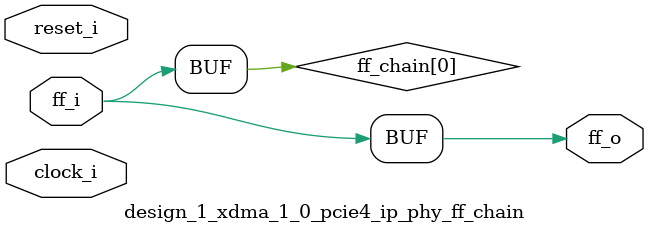
<source format=v>
/*****************************************************************************
** Description:
**    Flop Chain
**
******************************************************************************/

`timescale 1ps/1ps

`define AS_PHYREG(clk, reset, q, d, rstval)  \
   always @(posedge clk or posedge reset) begin \
      if (reset) \
         q  <= #(TCQ)   rstval;  \
      else  \
         q  <= #(TCQ)   d; \
   end

`define PHYREG(clk, reset, q, d, rstval)  \
   always @(posedge clk) begin \
      if (reset) \
         q  <= #(TCQ)   rstval;  \
      else  \
         q  <= #(TCQ)   d; \
   end

(* DowngradeIPIdentifiedWarnings = "yes" *)
module design_1_xdma_1_0_pcie4_ip_phy_ff_chain #(
   // Parameters
   parameter integer PIPELINE_STAGES   = 0,        // 0 = no pipeline; 1 = 1 stage; 2 = 2 stages; 3 = 3 stages
   parameter         ASYNC             = "FALSE",
   parameter integer FF_WIDTH          = 1,
   parameter integer RST_VAL           = 0,
   parameter integer TCQ               = 1
)  (   
   input  wire                         clock_i,          
   input  wire                         reset_i,           
   input  wire [FF_WIDTH-1:0]          ff_i,            
   output wire [FF_WIDTH-1:0]          ff_o        
   );

   genvar   var_i;

   reg   [FF_WIDTH-1:0]          ff_chain [PIPELINE_STAGES:0];

   always @(*) ff_chain[0] = ff_i;

generate
   if (PIPELINE_STAGES > 0) begin:  with_ff_chain
      for (var_i = 0; var_i < PIPELINE_STAGES; var_i = var_i + 1) begin: ff_chain_gen
         if (ASYNC == "TRUE") begin: async_rst
            `AS_PHYREG(clock_i, reset_i, ff_chain[var_i+1], ff_chain[var_i], RST_VAL)
         end else begin: sync_rst
            `PHYREG(clock_i, reset_i, ff_chain[var_i+1], ff_chain[var_i], RST_VAL)
         end
      end
   end
endgenerate

   assign ff_o = ff_chain[PIPELINE_STAGES];

endmodule

</source>
